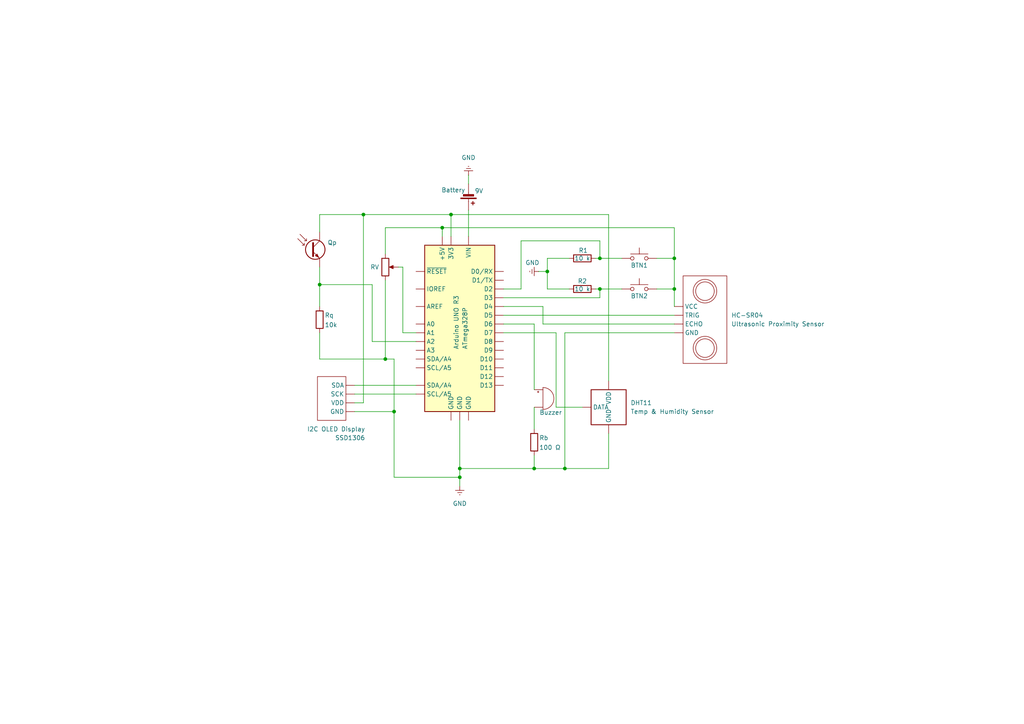
<source format=kicad_sch>
(kicad_sch (version 20231120) (generator "eeschema") (generator_version "8.0")
  (paper "A4")
  (title_block (title "Robomagotchi Electronic Circuit") (date "2025-01-15") (rev "5.0") (company "Author: Adrian-Mihael Fota") (comment 1 "University of Bucharest") (comment 2 "Faculty of Mathematics and Computer Science"))
  (lib_symbols
    (symbol "Device:Battery_Cell" (pin_numbers hide) (pin_names (offset 0) hide)
      (property "Reference" "BT" (at 2.54 2.54 0))
      (property "Value" "Battery_Cell" (at 2.54 0 0))
      (symbol "Battery_Cell_0_1"
        (rectangle (start -2.286 1.778) (end 2.286 1.524) (fill (type outline)))
        (rectangle (start -1.524 1.016) (end 1.524 0.508) (fill (type outline)))
        (polyline (pts (xy 0 0.762) (xy 0 0)))
        (polyline (pts (xy 0 1.778) (xy 0 2.54)))
        (polyline (pts (xy 0.762 3.048) (xy 1.778 3.048)) (stroke (width 0.254)))
        (polyline (pts (xy 1.27 3.556) (xy 1.27 2.54)) (stroke (width 0.254)))
      )
      (symbol "Battery_Cell_1_1"
        (pin passive line (at 0 5.08 270) (length 2.54) (name "+") (number "1"))
        (pin passive line (at 0 -2.54 90) (length 2.54) (name "-") (number "2"))
      )
    )
    (symbol "Device:Buzzer" (pin_numbers hide) (pin_names (offset 0.0254) hide)
      (property "Reference" "BZ" (at 3.81 1.27 0))
      (property "Value" "Buzzer" (at 3.81 -1.27 0))
      (symbol "Buzzer_0_1"
        (arc (start 0 -3.175) (mid 3.1612 0) (end 0 3.175))
        (polyline (pts (xy -1.651 1.905) (xy -1.143 1.905)))
        (polyline (pts (xy -1.397 2.159) (xy -1.397 1.651)))
        (polyline (pts (xy 0 3.175) (xy 0 -3.175)))
      )
      (symbol "Buzzer_1_1"
        (pin passive line (at -2.54 2.54 0) (length 2.54) (name "+") (number "1"))
        (pin passive line (at -2.54 -2.54 0) (length 2.54) (name "-") (number "2"))
      )
    )
    (symbol "Device:R" (pin_numbers hide) (pin_names (offset 0))
      (property "Reference" "R" (at 2.032 0 90))
      (property "Value" "R" (at 0 0 90))
      (symbol "R_0_1"
        (rectangle (start -1.016 -2.54) (end 1.016 2.54) (stroke (width 0.254)))
      )
      (symbol "R_1_1"
        (pin passive line (at 0 3.81 270) (length 1.27) (name "~") (number "1"))
        (pin passive line (at 0 -3.81 90) (length 1.27) (name "~") (number "2"))
      )
    )
    (symbol "Device:R_Potentiometer" (pin_numbers hide) (pin_names (offset 1.016) hide)
      (property "Reference" "RV" (at -4.445 0 90))
      (property "Value" "R_Potentiometer" (at -2.54 0 90))
      (symbol "R_Potentiometer_0_1"
        (polyline (pts (xy 2.54 0) (xy 1.524 0)))
        (polyline (pts (xy 1.143 0) (xy 2.286 0.508) (xy 2.286 -0.508) (xy 1.143 0)) (fill (type outline)))
        (rectangle (start 1.016 2.54) (end -1.016 -2.54) (stroke (width 0.254)))
      )
      (symbol "R_Potentiometer_1_1"
        (pin passive line (at 0 3.81 270) (length 1.27) (name "1") (number "1"))
        (pin passive line (at 3.81 0 180) (length 1.27) (name "2") (number "2"))
        (pin passive line (at 0 -3.81 90) (length 1.27) (name "3") (number "3"))
      )
    )
    (symbol "MCU_Module:Arduino_UNO_R3" (pin_numbers hide)
      (property "Reference" "A" (at -10.16 23.495 0))
      (property "Value" "Arduino_UNO_R3" (at 5.08 -26.67 0))
      (symbol "Arduino_UNO_R3_0_1"
        (rectangle (start -10.16 22.86) (end 10.16 -25.4) (stroke (width 0.254)) (fill (type background)))
      )
      (symbol "Arduino_UNO_R3_1_1"
        (pin no_connect line (at -10.16 -20.32 0) (length 2.54) hide (name "NC") (number "1"))
        (pin bidirectional line (at 12.7 -2.54 180) (length 2.54) (name "A1") (number "10"))
        (pin bidirectional line (at 12.7 -5.08 180) (length 2.54) (name "A2") (number "11"))
        (pin bidirectional line (at 12.7 -7.62 180) (length 2.54) (name "A3") (number "12"))
        (pin bidirectional line (at 12.7 -10.16 180) (length 2.54) (name "SDA/A4") (number "13"))
        (pin bidirectional line (at 12.7 -12.7 180) (length 2.54) (name "SCL/A5") (number "14"))
        (pin bidirectional line (at -12.7 15.24 0) (length 2.54) (name "D0/RX") (number "15"))
        (pin bidirectional line (at -12.7 12.7 0) (length 2.54) (name "D1/TX") (number "16"))
        (pin bidirectional line (at -12.7 10.16 0) (length 2.54) (name "D2") (number "17"))
        (pin bidirectional line (at -12.7 7.62 0) (length 2.54) (name "D3") (number "18"))
        (pin bidirectional line (at -12.7 5.08 0) (length 2.54) (name "D4") (number "19"))
        (pin output line (at 12.7 10.16 180) (length 2.54) (name "IOREF") (number "2"))
        (pin bidirectional line (at -12.7 2.54 0) (length 2.54) (name "D5") (number "20"))
        (pin bidirectional line (at -12.7 0 0) (length 2.54) (name "D6") (number "21"))
        (pin bidirectional line (at -12.7 -2.54 0) (length 2.54) (name "D7") (number "22"))
        (pin bidirectional line (at -12.7 -5.08 0) (length 2.54) (name "D8") (number "23"))
        (pin bidirectional line (at -12.7 -7.62 0) (length 2.54) (name "D9") (number "24"))
        (pin bidirectional line (at -12.7 -10.16 0) (length 2.54) (name "D10") (number "25"))
        (pin bidirectional line (at -12.7 -12.7 0) (length 2.54) (name "D11") (number "26"))
        (pin bidirectional line (at -12.7 -15.24 0) (length 2.54) (name "D12") (number "27"))
        (pin bidirectional line (at -12.7 -17.78 0) (length 2.54) (name "D13") (number "28"))
        (pin power_in line (at -2.54 -27.94 90) (length 2.54) (name "GND") (number "29"))
        (pin input line (at 12.7 15.24 180) (length 2.54) (name "~{RESET}") (number "3"))
        (pin input line (at 12.7 5.08 180) (length 2.54) (name "AREF") (number "30"))
        (pin bidirectional line (at 12.7 -17.78 180) (length 2.54) (name "SDA/A4") (number "31"))
        (pin bidirectional line (at 12.7 -20.32 180) (length 2.54) (name "SCL/A5") (number "32"))
        (pin power_out line (at 2.54 25.4 270) (length 2.54) (name "3V3") (number "4"))
        (pin power_out line (at 5.08 25.4 270) (length 2.54) (name "+5V") (number "5"))
        (pin power_in line (at 0 -27.94 90) (length 2.54) (name "GND") (number "6"))
        (pin power_in line (at 2.54 -27.94 90) (length 2.54) (name "GND") (number "7"))
        (pin power_in line (at -2.54 25.4 270) (length 2.54) (name "VIN") (number "8"))
        (pin bidirectional line (at 12.7 0 180) (length 2.54) (name "A0") (number "9"))
      )
    )
    (symbol "My_Symbols:DISPLAY_096_GM009605_OLED"
      (property "Reference" "U" (at 0 0 0))
      (symbol "DISPLAY_096_GM009605_OLED_0_1"
        (rectangle (start -6.35 4.445) (end 6.35 -3.81))
      )
      (symbol "DISPLAY_096_GM009605_OLED_1_1"
        (pin input line (at -3.81 -6.35 90) (length 2.54) (name "GND") (number ""))
        (pin input line (at 1.27 -6.35 90) (length 2.54) (name "SCK") (number ""))
        (pin input line (at 3.81 -6.35 90) (length 2.54) (name "SDA") (number ""))
        (pin input line (at -1.27 -6.35 90) (length 2.54) (name "VDD") (number ""))
      )
    )
    (symbol "My_Symbols:HCSR04_PROXIMITY_SENSOR"
      (property "Reference" "U" (at 0 0 0))
      (symbol "HCSR04_PROXIMITY_SENSOR_0_1"
        (rectangle (start -12.7 6.35) (end 12.7 -6.35))
        (circle (center -8.255 0) (radius 2.6941))
        (circle (center -8.255 0) (radius 3.4196))
        (circle (center 8.255 0) (radius 2.6941))
        (circle (center 8.255 0) (radius 3.4196))
      )
      (symbol "HCSR04_PROXIMITY_SENSOR_1_1"
        (pin input line (at 1.27 -8.89 90) (length 2.54) (name "ECHO") (number ""))
        (pin input line (at 3.81 -8.89 90) (length 2.54) (name "GND") (number ""))
        (pin input line (at -1.27 -8.89 90) (length 2.54) (name "TRIG") (number ""))
        (pin input line (at -3.81 -8.89 90) (length 2.54) (name "VCC") (number ""))
      )
    )
    (symbol "Sensor:DHT11" (pin_numbers hide)
      (property "Reference" "DHT11" (at -6.35 1.2701 0))
      (property "Value" "Temp & Humidity Sensor" (at -6.35 -1.2699 0))
      (symbol "DHT11_0_1"
        (rectangle (start -5.08 5.08) (end 5.08 -5.08) (stroke (width 0.254)))
      )
      (symbol "DHT11_1_1"
        (pin power_in line (at 0 7.62 270) (length 2.54) (name "VDD") (number "1"))
        (pin bidirectional line (at 7.62 0 180) (length 2.54) (name "DATA") (number "2"))
        (pin no_connect line (at -5.08 0 0) (length 2.54) hide (name "NC") (number "3"))
        (pin power_in line (at 0 -7.62 90) (length 2.54) (name "GND") (number "4"))
      )
    )
    (symbol "Sensor_Optical:BPW40" (pin_numbers hide) (pin_names (offset 0) hide)
      (property "Reference" "Q" (at 5.08 1.27 0))
      (property "Value" "BPW40" (at 5.08 -1.27 0))
      (symbol "BPW40_0_1"
        (polyline (pts (xy -1.905 1.27) (xy -2.54 1.27)))
        (polyline (pts (xy -1.27 2.54) (xy -1.905 2.54)))
        (polyline (pts (xy 0.635 0.635) (xy 2.54 2.54)))
        (polyline (pts (xy -3.81 3.175) (xy -1.905 1.27) (xy -1.905 1.905)))
        (polyline (pts (xy -3.175 4.445) (xy -1.27 2.54) (xy -1.27 3.175)))
        (polyline (pts (xy 0.635 -0.635) (xy 2.54 -2.54) (xy 2.54 -2.54)))
        (polyline (pts (xy 0.635 1.905) (xy 0.635 -1.905) (xy 0.635 -1.905)) (stroke (width 0.508)))
        (polyline (pts (xy 1.27 -1.778) (xy 1.778 -1.27) (xy 2.286 -2.286) (xy 1.27 -1.778) (xy 1.27 -1.778)) (fill (type outline)))
        (circle (center 1.27 0) (radius 2.8194) (stroke (width 0.254)))
      )
      (symbol "BPW40_1_1"
        (pin passive line (at 2.54 5.08 270) (length 2.54) (name "C") (number "1"))
        (pin passive line (at 2.54 -5.08 90) (length 2.54) (name "E") (number "2"))
      )
    )
    (symbol "Switch:SW_Push" (pin_numbers hide) (pin_names (offset 1.016) hide)
      (property "Reference" "SW" (at 1.27 2.54 0))
      (property "Value" "SW_Push" (at 0 -1.524 0))
      (symbol "SW_Push_0_1"
        (circle (center -2.032 0) (radius 0.508))
        (polyline (pts (xy 0 1.27) (xy 0 3.048)))
        (polyline (pts (xy 2.54 1.27) (xy -2.54 1.27)))
        (circle (center 2.032 0) (radius 0.508))
        (pin passive line (at -5.08 0 0) (length 2.54) (name "1") (number "1"))
        (pin passive line (at 5.08 0 180) (length 2.54) (name "2") (number "2"))
      )
    )
    (symbol "power:Earth" (power) (pin_numbers hide) (pin_names (offset 0) hide)
      (property "Value" "Earth" (at 0 -3.81 0))
      (symbol "Earth_0_1"
        (polyline (pts (xy -0.635 -1.905) (xy 0.635 -1.905)))
        (polyline (pts (xy -0.127 -2.54) (xy 0.127 -2.54)))
        (polyline (pts (xy 0 -1.27) (xy 0 0)))
        (polyline (pts (xy 1.27 -1.27) (xy -1.27 -1.27)))
      )
      (symbol "Earth_1_1"
        (pin power_in line (at 0 0 270) (length 0) (name "~") (number "1"))
      )
    )
  )
  (junction (at 133.35 138.43))
  (junction (at 130.81 62.23))
  (junction (at 195.58 83.82))
  (junction (at 154.94 135.89))
  (junction (at 173.99 83.82))
  (junction (at 163.83 135.89))
  (junction (at 128.27 66.04))
  (junction (at 105.41 62.23))
  (junction (at 133.35 135.89))
  (junction (at 173.99 74.93))
  (junction (at 92.71 82.55))
  (junction (at 195.58 74.93))
  (junction (at 111.76 104.14))
  (junction (at 158.75 78.74))
  (junction (at 114.3 119.38))
  (wire (pts (xy 195.58 96.52) (xy 163.83 96.52)))
  (wire (pts (xy 158.75 83.82) (xy 158.75 78.74)))
  (wire (pts (xy 154.94 113.03) (xy 154.94 93.98)))
  (wire (pts (xy 195.58 93.98) (xy 157.48 93.98)))
  (wire (pts (xy 173.99 86.36) (xy 173.99 83.82)))
  (wire (pts (xy 105.41 62.23) (xy 105.41 116.84)))
  (wire (pts (xy 172.72 74.93) (xy 173.99 74.93)))
  (wire (pts (xy 158.75 78.74) (xy 156.21 78.74)))
  (wire (pts (xy 190.5 83.82) (xy 195.58 83.82)))
  (wire (pts (xy 165.1 83.82) (xy 158.75 83.82)))
  (wire (pts (xy 146.05 91.44) (xy 195.58 91.44)))
  (wire (pts (xy 176.53 62.23) (xy 176.53 110.49)))
  (wire (pts (xy 116.84 96.52) (xy 120.65 96.52)))
  (wire (pts (xy 130.81 62.23) (xy 176.53 62.23)))
  (wire (pts (xy 114.3 138.43) (xy 133.35 138.43)))
  (wire (pts (xy 133.35 121.92) (xy 133.35 135.89)))
  (wire (pts (xy 154.94 93.98) (xy 146.05 93.98)))
  (wire (pts (xy 173.99 83.82) (xy 180.34 83.82)))
  (wire (pts (xy 157.48 88.9) (xy 146.05 88.9)))
  (wire (pts (xy 111.76 66.04) (xy 128.27 66.04)))
  (wire (pts (xy 128.27 66.04) (xy 195.58 66.04)))
  (wire (pts (xy 157.48 93.98) (xy 157.48 88.9)))
  (wire (pts (xy 114.3 104.14) (xy 114.3 119.38)))
  (wire (pts (xy 130.81 62.23) (xy 130.81 68.58)))
  (wire (pts (xy 116.84 77.47) (xy 116.84 96.52)))
  (wire (pts (xy 154.94 118.11) (xy 154.94 124.46)))
  (wire (pts (xy 114.3 119.38) (xy 114.3 138.43)))
  (wire (pts (xy 133.35 138.43) (xy 133.35 140.97)))
  (wire (pts (xy 176.53 125.73) (xy 176.53 135.89)))
  (wire (pts (xy 102.87 119.38) (xy 114.3 119.38)))
  (wire (pts (xy 107.95 99.06) (xy 107.95 82.55)))
  (wire (pts (xy 154.94 135.89) (xy 163.83 135.89)))
  (wire (pts (xy 120.65 99.06) (xy 107.95 99.06)))
  (wire (pts (xy 190.5 74.93) (xy 195.58 74.93)))
  (wire (pts (xy 195.58 74.93) (xy 195.58 66.04)))
  (wire (pts (xy 107.95 82.55) (xy 92.71 82.55)))
  (wire (pts (xy 195.58 83.82) (xy 195.58 74.93)))
  (wire (pts (xy 105.41 62.23) (xy 130.81 62.23)))
  (wire (pts (xy 146.05 96.52) (xy 161.29 96.52)))
  (wire (pts (xy 161.29 96.52) (xy 161.29 118.11)))
  (wire (pts (xy 102.87 111.76) (xy 120.65 111.76)))
  (wire (pts (xy 173.99 74.93) (xy 180.34 74.93)))
  (wire (pts (xy 92.71 62.23) (xy 105.41 62.23)))
  (wire (pts (xy 92.71 96.52) (xy 92.71 104.14)))
  (wire (pts (xy 154.94 132.08) (xy 154.94 135.89)))
  (wire (pts (xy 172.72 83.82) (xy 173.99 83.82)))
  (wire (pts (xy 128.27 66.04) (xy 128.27 68.58)))
  (wire (pts (xy 92.71 67.31) (xy 92.71 62.23)))
  (wire (pts (xy 146.05 86.36) (xy 173.99 86.36)))
  (wire (pts (xy 176.53 135.89) (xy 163.83 135.89)))
  (wire (pts (xy 92.71 77.47) (xy 92.71 82.55)))
  (wire (pts (xy 161.29 118.11) (xy 168.91 118.11)))
  (wire (pts (xy 151.13 69.85) (xy 173.99 69.85)))
  (wire (pts (xy 102.87 116.84) (xy 105.41 116.84)))
  (wire (pts (xy 111.76 104.14) (xy 114.3 104.14)))
  (wire (pts (xy 195.58 83.82) (xy 195.58 88.9)))
  (wire (pts (xy 163.83 96.52) (xy 163.83 135.89)))
  (wire (pts (xy 133.35 135.89) (xy 154.94 135.89)))
  (wire (pts (xy 173.99 69.85) (xy 173.99 74.93)))
  (wire (pts (xy 92.71 104.14) (xy 111.76 104.14)))
  (wire (pts (xy 151.13 83.82) (xy 151.13 69.85)))
  (wire (pts (xy 165.1 74.93) (xy 158.75 74.93)))
  (wire (pts (xy 115.57 77.47) (xy 116.84 77.47)))
  (wire (pts (xy 102.87 114.3) (xy 120.65 114.3)))
  (wire (pts (xy 133.35 135.89) (xy 133.35 138.43)))
  (wire (pts (xy 135.89 50.8) (xy 135.89 53.34)))
  (wire (pts (xy 158.75 74.93) (xy 158.75 78.74)))
  (wire (pts (xy 146.05 83.82) (xy 151.13 83.82)))
  (wire (pts (xy 92.71 82.55) (xy 92.71 88.9)))
  (wire (pts (xy 111.76 73.66) (xy 111.76 66.04)))
  (wire (pts (xy 111.76 81.28) (xy 111.76 104.14)))
  (wire (pts (xy 135.89 60.96) (xy 135.89 68.58)))
  (symbol (lib_id "Sensor_Optical:BPW40") (at 90.17 72.39 0) (unit 1)
    (property "Reference" "Qp" (at 94.996 70.358 0) (effects (justify left)))
    (property "Value" "Phototransistor" (effects (hide yes)))
    (property "Footprint" "LED_THT:LED_D5.0mm_Clear" (effects (hide yes)))
    (property "Datasheet" "https://www.rcscomponents.kiev.ua/datasheets/bpw40.pdf" (effects (hide yes)))
    (property "Description" "Phototransistor NPN" (effects (hide yes)))
  )
  (symbol (lib_id "Device:R_Potentiometer") (at 111.76 77.47 0) (unit 1)
    (property "Reference" "RV" (at 109.982 77.47 0) (effects (justify right)))
    (property "Value" "R_Potentiometer" (effects (hide yes)))
    (property "Description" "Potentiometer" (effects (hide yes)))
  )
  (symbol (lib_id "MCU_Module:Arduino_UNO_R3") (at 133.35 93.98 0) (mirror y) (unit 1)
    (property "Reference" "ATmega328P" (at 134.874 101.346 90) (effects (justify left)))
    (property "Value" "Arduino UNO R3" (at 132.334 101.346 90) (effects (justify left)))
    (property "Footprint" "Module:Arduino_UNO_R3" (effects (hide yes)))
    (property "Datasheet" "https://www.arduino.cc/en/Main/arduinoBoardUno" (effects (hide yes)))
    (property "Description" "Arduino UNO Microcontroller Module, release 3" (effects (hide yes)))
  )
  (symbol (lib_id "Device:R") (at 168.91 74.93 270) (mirror x) (unit 1)
    (property "Reference" "R1" (at 169.164 72.644 90))
    (property "Value" "10 k" (at 168.91 74.93 90))
    (property "Description" "Resistor" (effects (hide yes)))
  )
  (symbol (lib_id "Device:R") (at 92.71 92.71 0) (mirror y) (unit 1)
    (property "Reference" "Rq" (at 95.504 91.44 0))
    (property "Value" "10k" (at 96.012 94.234 0))
    (property "Description" "Resistor" (effects (hide yes)))
  )
  (symbol (lib_id "Switch:SW_Push") (at 185.42 74.93 0) (unit 1)
    (property "Reference" "BTN1" (at 185.42 76.962 0))
    (property "Value" "SW_Push" (effects (hide yes)))
    (property "Description" "Push button switch, generic, two pins" (effects (hide yes)))
  )
  (symbol (lib_id "Sensor:DHT11") (at 176.53 118.11 0) (mirror y) (unit 1)
    (property "Reference" "DHT11" (at 182.88 116.8399 0) (effects (justify right)))
    (property "Value" "Temp & Humidity Sensor" (at 182.88 119.3799 0) (effects (justify right)))
    (property "Footprint" "Sensor:Aosong_DHT11_5.5x12.0_P2.54mm" (effects (hide yes)))
    (property "Datasheet" "http://akizukidenshi.com/download/ds/aosong/DHT11.pdf" (effects (hide yes)))
    (property "Description" "3.3V to 5.5V, temperature and humidity module, DHT11" (effects (hide yes)))
  )
  (symbol (lib_id "Switch:SW_Push") (at 185.42 83.82 0) (unit 1)
    (property "Reference" "BTN2" (at 185.42 85.852 0))
    (property "Value" "SW_Push" (effects (hide yes)))
    (property "Description" "Push button switch, generic, two pins" (effects (hide yes)))
  )
  (symbol (lib_id "My_Symbols:DISPLAY_096_GM009605_OLED") (at 96.52 115.57 90) (unit 1)
    (property "Reference" "SSD1306" (at 105.918 127 90) (effects (justify left)))
    (property "Value" "I2C OLED Display" (at 105.918 124.46 90) (effects (justify left)))
  )
  (symbol (lib_id "Device:Battery_Cell") (at 135.89 55.88 0) (mirror x) (unit 1)
    (property "Reference" "Battery" (at 128.016 55.118 0) (effects (justify left)))
    (property "Value" "9V" (at 137.668 55.372 0) (effects (justify left)))
    (property "Description" "Single-cell battery" (effects (hide yes)))
  )
  (symbol (lib_id "Device:Buzzer") (at 157.48 115.57 0) (unit 1)
    (property "Reference" "BZ1" (effects (hide yes)))
    (property "Value" "Buzzer" (at 156.464 119.634 0) (effects (justify left)))
    (property "Description" "Buzzer, polarized" (effects (hide yes)))
  )
  (symbol (lib_id "Device:R") (at 168.91 83.82 270) (mirror x) (unit 1)
    (property "Reference" "R2" (at 168.91 81.534 90))
    (property "Value" "10 k" (at 168.91 83.82 90))
    (property "Description" "Resistor" (effects (hide yes)))
  )
  (symbol (lib_id "My_Symbols:HCSR04_PROXIMITY_SENSOR") (at 204.47 92.71 270) (unit 1)
    (property "Reference" "HC-SR04" (at 212.09 91.4399 90) (effects (justify left)))
    (property "Value" "Ultrasonic Proximity Sensor" (at 212.09 93.9799 90) (effects (justify left)))
  )
  (symbol (lib_id "power:Earth") (at 135.89 50.8 0) (mirror x) (unit 1)
    (property "Reference" "#PWR01" (effects (hide yes)))
    (property "Value" "GND" (at 135.89 45.72 0))
    (property "Description" "Power symbol creates a global label with name \"Earth\"" (effects (hide yes)))
  )
  (symbol (lib_id "Device:R") (at 154.94 128.27 0) (mirror y) (unit 1)
    (property "Reference" "Rb" (at 157.734 127 0))
    (property "Value" "100 Ω" (at 159.512 129.794 0))
    (property "Description" "Resistor" (effects (hide yes)))
  )
  (symbol (lib_id "power:Earth") (at 133.35 140.97 0) (mirror y) (unit 1)
    (property "Reference" "#PWR02" (effects (hide yes)))
    (property "Value" "GND" (at 133.35 146.05 0))
    (property "Description" "Power symbol creates a global label with name \"Earth\"" (effects (hide yes)))
  )
  (symbol (lib_id "power:Earth") (at 156.21 78.74 270) (mirror x) (unit 1)
    (property "Reference" "#PWR03" (effects (hide yes)))
    (property "Value" "GND" (at 156.464 76.2 90) (effects (justify right)))
    (property "Description" "Power symbol creates a global label with name \"Earth\"" (effects (hide yes)))
  )
)
</source>
